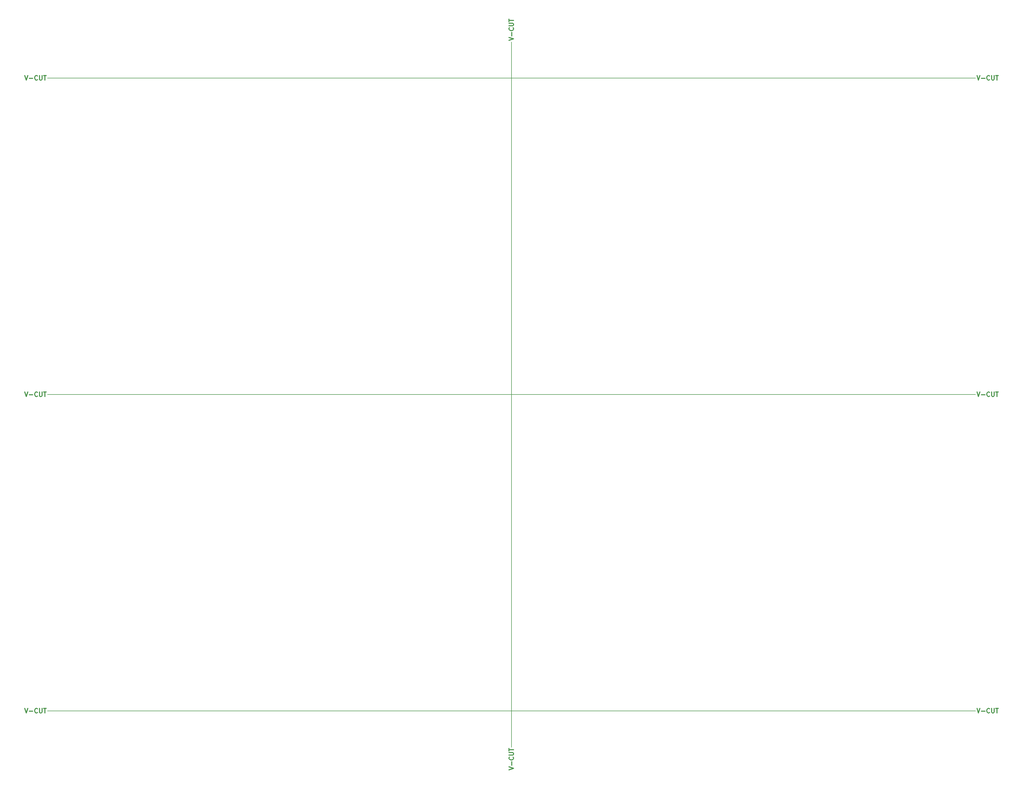
<source format=gbr>
G04 #@! TF.FileFunction,Other,ECO2*
%FSLAX46Y46*%
G04 Gerber Fmt 4.6, Leading zero omitted, Abs format (unit mm)*
G04 Created by KiCad (PCBNEW 4.0.2-stable) date 2018-11-15 11:45:17 AM*
%MOMM*%
G01*
G04 APERTURE LIST*
%ADD10C,0.200000*%
%ADD11C,0.300000*%
G04 APERTURE END LIST*
D10*
D11*
X70464286Y-150178571D02*
X70964286Y-151678571D01*
X71464286Y-150178571D01*
X71964286Y-151107143D02*
X73107143Y-151107143D01*
X74678572Y-151535714D02*
X74607143Y-151607143D01*
X74392857Y-151678571D01*
X74250000Y-151678571D01*
X74035715Y-151607143D01*
X73892857Y-151464286D01*
X73821429Y-151321429D01*
X73750000Y-151035714D01*
X73750000Y-150821429D01*
X73821429Y-150535714D01*
X73892857Y-150392857D01*
X74035715Y-150250000D01*
X74250000Y-150178571D01*
X74392857Y-150178571D01*
X74607143Y-150250000D01*
X74678572Y-150321429D01*
X75321429Y-150178571D02*
X75321429Y-151392857D01*
X75392857Y-151535714D01*
X75464286Y-151607143D01*
X75607143Y-151678571D01*
X75892857Y-151678571D01*
X76035715Y-151607143D01*
X76107143Y-151535714D01*
X76178572Y-151392857D01*
X76178572Y-150178571D01*
X76678572Y-150178571D02*
X77535715Y-150178571D01*
X77107144Y-151678571D02*
X77107144Y-150178571D01*
X386464286Y-150178571D02*
X386964286Y-151678571D01*
X387464286Y-150178571D01*
X387964286Y-151107143D02*
X389107143Y-151107143D01*
X390678572Y-151535714D02*
X390607143Y-151607143D01*
X390392857Y-151678571D01*
X390250000Y-151678571D01*
X390035715Y-151607143D01*
X389892857Y-151464286D01*
X389821429Y-151321429D01*
X389750000Y-151035714D01*
X389750000Y-150821429D01*
X389821429Y-150535714D01*
X389892857Y-150392857D01*
X390035715Y-150250000D01*
X390250000Y-150178571D01*
X390392857Y-150178571D01*
X390607143Y-150250000D01*
X390678572Y-150321429D01*
X391321429Y-150178571D02*
X391321429Y-151392857D01*
X391392857Y-151535714D01*
X391464286Y-151607143D01*
X391607143Y-151678571D01*
X391892857Y-151678571D01*
X392035715Y-151607143D01*
X392107143Y-151535714D01*
X392178572Y-151392857D01*
X392178572Y-150178571D01*
X392678572Y-150178571D02*
X393535715Y-150178571D01*
X393107144Y-151678571D02*
X393107144Y-150178571D01*
X231178571Y-275535714D02*
X232678571Y-275035714D01*
X231178571Y-274535714D01*
X232107143Y-274035714D02*
X232107143Y-272892857D01*
X232535714Y-271321428D02*
X232607143Y-271392857D01*
X232678571Y-271607143D01*
X232678571Y-271750000D01*
X232607143Y-271964285D01*
X232464286Y-272107143D01*
X232321429Y-272178571D01*
X232035714Y-272250000D01*
X231821429Y-272250000D01*
X231535714Y-272178571D01*
X231392857Y-272107143D01*
X231250000Y-271964285D01*
X231178571Y-271750000D01*
X231178571Y-271607143D01*
X231250000Y-271392857D01*
X231321429Y-271321428D01*
X231178571Y-270678571D02*
X232392857Y-270678571D01*
X232535714Y-270607143D01*
X232607143Y-270535714D01*
X232678571Y-270392857D01*
X232678571Y-270107143D01*
X232607143Y-269964285D01*
X232535714Y-269892857D01*
X232392857Y-269821428D01*
X231178571Y-269821428D01*
X231178571Y-269321428D02*
X231178571Y-268464285D01*
X232678571Y-268892856D02*
X231178571Y-268892856D01*
X231178571Y-33535714D02*
X232678571Y-33035714D01*
X231178571Y-32535714D01*
X232107143Y-32035714D02*
X232107143Y-30892857D01*
X232535714Y-29321428D02*
X232607143Y-29392857D01*
X232678571Y-29607143D01*
X232678571Y-29750000D01*
X232607143Y-29964285D01*
X232464286Y-30107143D01*
X232321429Y-30178571D01*
X232035714Y-30250000D01*
X231821429Y-30250000D01*
X231535714Y-30178571D01*
X231392857Y-30107143D01*
X231250000Y-29964285D01*
X231178571Y-29750000D01*
X231178571Y-29607143D01*
X231250000Y-29392857D01*
X231321429Y-29321428D01*
X231178571Y-28678571D02*
X232392857Y-28678571D01*
X232535714Y-28607143D01*
X232607143Y-28535714D01*
X232678571Y-28392857D01*
X232678571Y-28107143D01*
X232607143Y-27964285D01*
X232535714Y-27892857D01*
X232392857Y-27821428D01*
X231178571Y-27821428D01*
X231178571Y-27321428D02*
X231178571Y-26464285D01*
X232678571Y-26892856D02*
X231178571Y-26892856D01*
X70464286Y-45178571D02*
X70964286Y-46678571D01*
X71464286Y-45178571D01*
X71964286Y-46107143D02*
X73107143Y-46107143D01*
X74678572Y-46535714D02*
X74607143Y-46607143D01*
X74392857Y-46678571D01*
X74250000Y-46678571D01*
X74035715Y-46607143D01*
X73892857Y-46464286D01*
X73821429Y-46321429D01*
X73750000Y-46035714D01*
X73750000Y-45821429D01*
X73821429Y-45535714D01*
X73892857Y-45392857D01*
X74035715Y-45250000D01*
X74250000Y-45178571D01*
X74392857Y-45178571D01*
X74607143Y-45250000D01*
X74678572Y-45321429D01*
X75321429Y-45178571D02*
X75321429Y-46392857D01*
X75392857Y-46535714D01*
X75464286Y-46607143D01*
X75607143Y-46678571D01*
X75892857Y-46678571D01*
X76035715Y-46607143D01*
X76107143Y-46535714D01*
X76178572Y-46392857D01*
X76178572Y-45178571D01*
X76678572Y-45178571D02*
X77535715Y-45178571D01*
X77107144Y-46678571D02*
X77107144Y-45178571D01*
X70464286Y-255178571D02*
X70964286Y-256678571D01*
X71464286Y-255178571D01*
X71964286Y-256107143D02*
X73107143Y-256107143D01*
X74678572Y-256535714D02*
X74607143Y-256607143D01*
X74392857Y-256678571D01*
X74250000Y-256678571D01*
X74035715Y-256607143D01*
X73892857Y-256464286D01*
X73821429Y-256321429D01*
X73750000Y-256035714D01*
X73750000Y-255821429D01*
X73821429Y-255535714D01*
X73892857Y-255392857D01*
X74035715Y-255250000D01*
X74250000Y-255178571D01*
X74392857Y-255178571D01*
X74607143Y-255250000D01*
X74678572Y-255321429D01*
X75321429Y-255178571D02*
X75321429Y-256392857D01*
X75392857Y-256535714D01*
X75464286Y-256607143D01*
X75607143Y-256678571D01*
X75892857Y-256678571D01*
X76035715Y-256607143D01*
X76107143Y-256535714D01*
X76178572Y-256392857D01*
X76178572Y-255178571D01*
X76678572Y-255178571D02*
X77535715Y-255178571D01*
X77107144Y-256678571D02*
X77107144Y-255178571D01*
X386464286Y-255178571D02*
X386964286Y-256678571D01*
X387464286Y-255178571D01*
X387964286Y-256107143D02*
X389107143Y-256107143D01*
X390678572Y-256535714D02*
X390607143Y-256607143D01*
X390392857Y-256678571D01*
X390250000Y-256678571D01*
X390035715Y-256607143D01*
X389892857Y-256464286D01*
X389821429Y-256321429D01*
X389750000Y-256035714D01*
X389750000Y-255821429D01*
X389821429Y-255535714D01*
X389892857Y-255392857D01*
X390035715Y-255250000D01*
X390250000Y-255178571D01*
X390392857Y-255178571D01*
X390607143Y-255250000D01*
X390678572Y-255321429D01*
X391321429Y-255178571D02*
X391321429Y-256392857D01*
X391392857Y-256535714D01*
X391464286Y-256607143D01*
X391607143Y-256678571D01*
X391892857Y-256678571D01*
X392035715Y-256607143D01*
X392107143Y-256535714D01*
X392178572Y-256392857D01*
X392178572Y-255178571D01*
X392678572Y-255178571D02*
X393535715Y-255178571D01*
X393107144Y-256678571D02*
X393107144Y-255178571D01*
X386464286Y-45178571D02*
X386964286Y-46678571D01*
X387464286Y-45178571D01*
X387964286Y-46107143D02*
X389107143Y-46107143D01*
X390678572Y-46535714D02*
X390607143Y-46607143D01*
X390392857Y-46678571D01*
X390250000Y-46678571D01*
X390035715Y-46607143D01*
X389892857Y-46464286D01*
X389821429Y-46321429D01*
X389750000Y-46035714D01*
X389750000Y-45821429D01*
X389821429Y-45535714D01*
X389892857Y-45392857D01*
X390035715Y-45250000D01*
X390250000Y-45178571D01*
X390392857Y-45178571D01*
X390607143Y-45250000D01*
X390678572Y-45321429D01*
X391321429Y-45178571D02*
X391321429Y-46392857D01*
X391392857Y-46535714D01*
X391464286Y-46607143D01*
X391607143Y-46678571D01*
X391892857Y-46678571D01*
X392035715Y-46607143D01*
X392107143Y-46535714D01*
X392178572Y-46392857D01*
X392178572Y-45178571D01*
X392678572Y-45178571D02*
X393535715Y-45178571D01*
X393107144Y-46678571D02*
X393107144Y-45178571D01*
D10*
X386000000Y-256000000D02*
X232000000Y-256000000D01*
X232000000Y-256000000D02*
X78000000Y-256000000D01*
X232000000Y-46000000D02*
X386000000Y-46000000D01*
X386000000Y-151000000D02*
X232000000Y-151000000D01*
X232000000Y-151000000D02*
X78000000Y-151000000D01*
X78000000Y-46000000D02*
X232000000Y-46000000D01*
X232000000Y-34000000D02*
X232000000Y-268000000D01*
M02*

</source>
